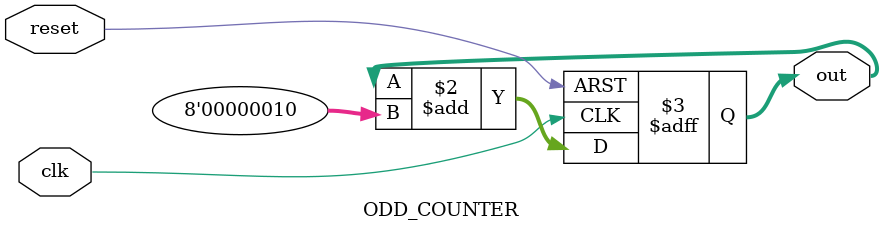
<source format=sv>
`timescale 10ns/1ps 
module ODD_COUNTER (
	  				input wire  clk, reset,
       				output reg[7:0] out
					);

always @(posedge clk or posedge reset)
    if (reset)
      out <= 8'd1;
    else
      out <= out + 8'd2;

endmodule

</source>
